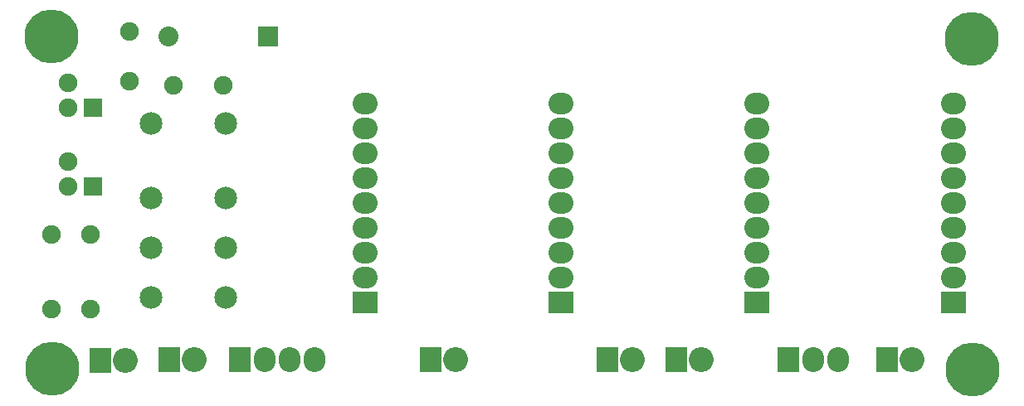
<source format=gts>
G04 #@! TF.FileFunction,Soldermask,Top*
%FSLAX45Y45*%
G04 Gerber Fmt 4.5, Leading zero omitted, Abs format (unit mm)*
G04 Created by KiCad (PCBNEW (2015-01-25 BZR 5388)-product) date Mo 03 Aug 2015 14:20:38 CEST*
%MOMM*%
G01*
G04 APERTURE LIST*
%ADD10C,0.150000*%
%ADD11R,2.308000X2.540000*%
%ADD12O,2.540000X2.540000*%
%ADD13C,5.509260*%
%ADD14C,1.905000*%
%ADD15R,2.032000X2.032000*%
%ADD16C,2.032000*%
%ADD17R,2.540000X2.235200*%
%ADD18O,2.540000X2.235200*%
%ADD19R,2.235200X2.540000*%
%ADD20O,2.235200X2.540000*%
%ADD21R,1.905000X1.905000*%
%ADD22C,2.306320*%
G04 APERTURE END LIST*
D10*
D11*
X20923000Y-9200000D03*
D12*
X21177000Y-9200000D03*
D11*
X18773000Y-9200000D03*
D12*
X19027000Y-9200000D03*
D11*
X18073000Y-9200000D03*
D12*
X18327000Y-9200000D03*
D11*
X16273000Y-9200000D03*
D12*
X16527000Y-9200000D03*
D11*
X13603000Y-9200000D03*
D12*
X13857000Y-9200000D03*
D11*
X12903000Y-9210000D03*
D12*
X13157000Y-9210000D03*
D13*
X21790000Y-5920000D03*
X12410000Y-9290000D03*
X21800000Y-9300000D03*
X12400000Y-5900000D03*
D14*
X14154000Y-6400000D03*
X13646000Y-6400000D03*
X13200000Y-5846000D03*
X13200000Y-6354000D03*
D15*
X14608000Y-5900000D03*
D16*
X13592000Y-5900000D03*
D17*
X15600000Y-8616000D03*
D18*
X15600000Y-8362000D03*
X15600000Y-8108000D03*
X15600000Y-7854000D03*
X15600000Y-7600000D03*
X15600000Y-7346000D03*
X15600000Y-7092000D03*
X15600000Y-6838000D03*
X15600000Y-6584000D03*
D17*
X17600000Y-8616000D03*
D18*
X17600000Y-8362000D03*
X17600000Y-8108000D03*
X17600000Y-7854000D03*
X17600000Y-7600000D03*
X17600000Y-7346000D03*
X17600000Y-7092000D03*
X17600000Y-6838000D03*
X17600000Y-6584000D03*
D19*
X14319000Y-9200000D03*
D20*
X14573000Y-9200000D03*
X14827000Y-9200000D03*
X15081000Y-9200000D03*
D17*
X19600000Y-8616000D03*
D18*
X19600000Y-8362000D03*
X19600000Y-8108000D03*
X19600000Y-7854000D03*
X19600000Y-7600000D03*
X19600000Y-7346000D03*
X19600000Y-7092000D03*
X19600000Y-6838000D03*
X19600000Y-6584000D03*
D17*
X21600000Y-8616000D03*
D18*
X21600000Y-8362000D03*
X21600000Y-8108000D03*
X21600000Y-7854000D03*
X21600000Y-7600000D03*
X21600000Y-7346000D03*
X21600000Y-7092000D03*
X21600000Y-6838000D03*
X21600000Y-6584000D03*
D21*
X12827000Y-7427000D03*
D14*
X12573000Y-7427000D03*
X12573000Y-7173000D03*
D21*
X12827000Y-6627000D03*
D14*
X12573000Y-6627000D03*
X12573000Y-6373000D03*
X12400000Y-7919000D03*
X12400000Y-8681000D03*
X12800000Y-7919000D03*
X12800000Y-8681000D03*
D22*
X14181000Y-8563600D03*
X14181000Y-8055600D03*
X14181000Y-7547600D03*
X13419000Y-8563600D03*
X13419000Y-8055600D03*
X13419000Y-7547600D03*
X14181000Y-6785600D03*
X13419000Y-6785600D03*
D19*
X19916000Y-9200000D03*
D20*
X20170000Y-9200000D03*
X20424000Y-9200000D03*
M02*

</source>
